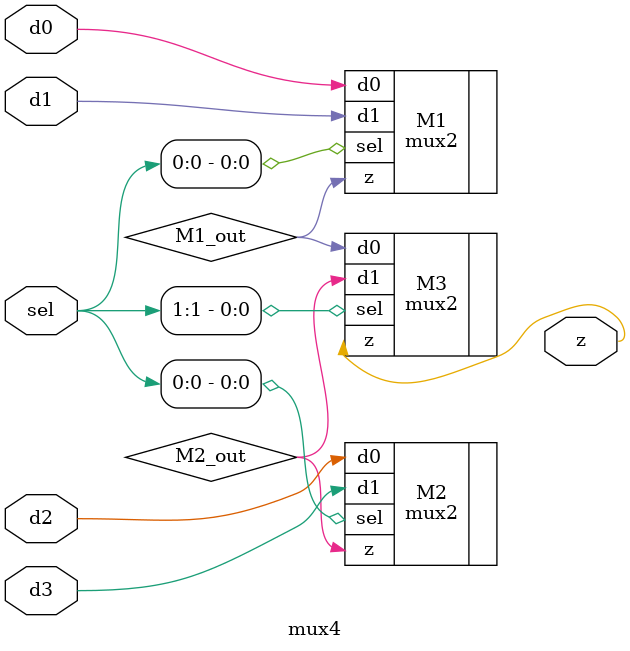
<source format=sv>
module mux4 (
    input logic d0,          // Data input 0
    input logic d1,          // Data input 1
    input logic d2,          // Data input 2
    input logic d3,          // Data input 3
    input logic [1:0] sel,   // Select input
    output logic z           // Output
);

// Put your code here
// ------------------
logic M1_out,M2_out;

mux2 M1(
	.z(M1_out),
	.d0(d0),
	.d1(d1),
	.sel(sel[0])
);
mux2 M2(
	.z(M2_out),
	.d0(d2),
	.d1(d3),
	.sel(sel[0])
);
mux2 M3(
	.z(z),
	.d0(M1_out),
	.d1(M2_out),
	.sel(sel[1])
);

// End of your code

endmodule

</source>
